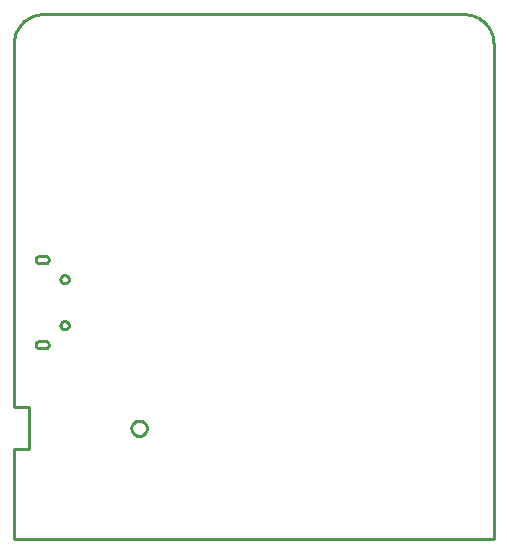
<source format=gbr>
G04 EAGLE Gerber RS-274X export*
G75*
%MOMM*%
%FSLAX34Y34*%
%LPD*%
%IN*%
%IPPOS*%
%AMOC8*
5,1,8,0,0,1.08239X$1,22.5*%
G01*
%ADD10C,0.254000*%


D10*
X0Y0D02*
X406400Y0D01*
X406400Y419100D01*
X406303Y421314D01*
X406014Y423511D01*
X405535Y425674D01*
X404868Y427787D01*
X404020Y429835D01*
X402997Y431800D01*
X401806Y433669D01*
X400458Y435427D01*
X398961Y437061D01*
X397327Y438558D01*
X395569Y439906D01*
X393700Y441097D01*
X391735Y442120D01*
X389687Y442968D01*
X387574Y443635D01*
X385411Y444114D01*
X383214Y444403D01*
X381000Y444500D01*
X25400Y444500D01*
X23186Y444403D01*
X20989Y444114D01*
X18826Y443635D01*
X16713Y442968D01*
X14666Y442120D01*
X12700Y441097D01*
X10831Y439906D01*
X9073Y438558D01*
X7440Y437061D01*
X5942Y435427D01*
X4594Y433669D01*
X3403Y431800D01*
X2380Y429835D01*
X1532Y427787D01*
X865Y425674D01*
X386Y423511D01*
X97Y421314D01*
X0Y419100D01*
X0Y111760D01*
X12700Y111760D01*
X12700Y76200D01*
X0Y76200D01*
X0Y0D01*
X18680Y164660D02*
X18669Y164419D01*
X18678Y164179D01*
X18709Y163940D01*
X18760Y163704D01*
X18832Y163474D01*
X18923Y163252D01*
X19034Y163037D01*
X19163Y162834D01*
X19309Y162642D01*
X19471Y162464D01*
X19648Y162301D01*
X19839Y162153D01*
X20041Y162023D01*
X20255Y161911D01*
X20477Y161818D01*
X20706Y161745D01*
X20941Y161692D01*
X21180Y161660D01*
X27180Y161660D01*
X27419Y161692D01*
X27654Y161745D01*
X27883Y161818D01*
X28105Y161911D01*
X28319Y162023D01*
X28522Y162153D01*
X28712Y162301D01*
X28889Y162464D01*
X29051Y162642D01*
X29197Y162834D01*
X29326Y163037D01*
X29437Y163252D01*
X29528Y163474D01*
X29600Y163704D01*
X29651Y163940D01*
X29682Y164179D01*
X29691Y164419D01*
X29680Y164660D01*
X29691Y164901D01*
X29682Y165141D01*
X29651Y165380D01*
X29600Y165616D01*
X29528Y165846D01*
X29437Y166069D01*
X29326Y166283D01*
X29197Y166486D01*
X29051Y166678D01*
X28889Y166856D01*
X28712Y167019D01*
X28522Y167167D01*
X28319Y167297D01*
X28105Y167409D01*
X27883Y167502D01*
X27654Y167575D01*
X27419Y167628D01*
X27180Y167660D01*
X21180Y167660D01*
X20941Y167628D01*
X20706Y167575D01*
X20477Y167502D01*
X20255Y167409D01*
X20041Y167297D01*
X19839Y167167D01*
X19648Y167019D01*
X19471Y166856D01*
X19309Y166678D01*
X19163Y166486D01*
X19034Y166283D01*
X18923Y166069D01*
X18832Y165846D01*
X18760Y165616D01*
X18709Y165380D01*
X18678Y165141D01*
X18669Y164901D01*
X18680Y164660D01*
X18680Y236660D02*
X18669Y236419D01*
X18678Y236179D01*
X18709Y235940D01*
X18760Y235704D01*
X18832Y235474D01*
X18923Y235252D01*
X19034Y235037D01*
X19163Y234834D01*
X19309Y234642D01*
X19471Y234464D01*
X19648Y234301D01*
X19839Y234153D01*
X20041Y234023D01*
X20255Y233911D01*
X20477Y233818D01*
X20706Y233745D01*
X20941Y233692D01*
X21180Y233660D01*
X27180Y233660D01*
X27419Y233692D01*
X27654Y233745D01*
X27883Y233818D01*
X28105Y233911D01*
X28319Y234023D01*
X28522Y234153D01*
X28712Y234301D01*
X28889Y234464D01*
X29051Y234642D01*
X29197Y234834D01*
X29326Y235037D01*
X29437Y235252D01*
X29528Y235474D01*
X29600Y235704D01*
X29651Y235940D01*
X29682Y236179D01*
X29691Y236419D01*
X29680Y236660D01*
X29691Y236901D01*
X29682Y237141D01*
X29651Y237380D01*
X29600Y237616D01*
X29528Y237846D01*
X29437Y238069D01*
X29326Y238283D01*
X29197Y238486D01*
X29051Y238678D01*
X28889Y238856D01*
X28712Y239019D01*
X28522Y239167D01*
X28319Y239297D01*
X28105Y239409D01*
X27883Y239502D01*
X27654Y239575D01*
X27419Y239628D01*
X27180Y239660D01*
X21180Y239660D01*
X20941Y239628D01*
X20706Y239575D01*
X20477Y239502D01*
X20255Y239409D01*
X20041Y239297D01*
X19839Y239167D01*
X19648Y239019D01*
X19471Y238856D01*
X19309Y238678D01*
X19163Y238486D01*
X19034Y238283D01*
X18923Y238069D01*
X18832Y237846D01*
X18760Y237616D01*
X18709Y237380D01*
X18678Y237141D01*
X18669Y236901D01*
X18680Y236660D01*
X42951Y216660D02*
X42496Y216720D01*
X42053Y216839D01*
X41629Y217014D01*
X41231Y217244D01*
X40867Y217523D01*
X40543Y217847D01*
X40264Y218211D01*
X40034Y218609D01*
X39859Y219033D01*
X39740Y219476D01*
X39680Y219931D01*
X39680Y220389D01*
X39740Y220844D01*
X39859Y221287D01*
X40034Y221711D01*
X40264Y222109D01*
X40543Y222473D01*
X40867Y222797D01*
X41231Y223076D01*
X41629Y223306D01*
X42053Y223481D01*
X42496Y223600D01*
X42951Y223660D01*
X43409Y223660D01*
X43864Y223600D01*
X44307Y223481D01*
X44731Y223306D01*
X45129Y223076D01*
X45493Y222797D01*
X45817Y222473D01*
X46096Y222109D01*
X46326Y221711D01*
X46501Y221287D01*
X46620Y220844D01*
X46680Y220389D01*
X46680Y219931D01*
X46620Y219476D01*
X46501Y219033D01*
X46326Y218609D01*
X46096Y218211D01*
X45817Y217847D01*
X45493Y217523D01*
X45129Y217244D01*
X44731Y217014D01*
X44307Y216839D01*
X43864Y216720D01*
X43409Y216660D01*
X42951Y216660D01*
X42951Y177660D02*
X42496Y177720D01*
X42053Y177839D01*
X41629Y178014D01*
X41231Y178244D01*
X40867Y178523D01*
X40543Y178847D01*
X40264Y179211D01*
X40034Y179609D01*
X39859Y180033D01*
X39740Y180476D01*
X39680Y180931D01*
X39680Y181389D01*
X39740Y181844D01*
X39859Y182287D01*
X40034Y182711D01*
X40264Y183109D01*
X40543Y183473D01*
X40867Y183797D01*
X41231Y184076D01*
X41629Y184306D01*
X42053Y184481D01*
X42496Y184600D01*
X42951Y184660D01*
X43409Y184660D01*
X43864Y184600D01*
X44307Y184481D01*
X44731Y184306D01*
X45129Y184076D01*
X45493Y183797D01*
X45817Y183473D01*
X46096Y183109D01*
X46326Y182711D01*
X46501Y182287D01*
X46620Y181844D01*
X46680Y181389D01*
X46680Y180931D01*
X46620Y180476D01*
X46501Y180033D01*
X46326Y179609D01*
X46096Y179211D01*
X45817Y178847D01*
X45493Y178523D01*
X45129Y178244D01*
X44731Y178014D01*
X44307Y177839D01*
X43864Y177720D01*
X43409Y177660D01*
X42951Y177660D01*
X112770Y93661D02*
X112707Y93025D01*
X112583Y92399D01*
X112397Y91788D01*
X112153Y91198D01*
X111852Y90634D01*
X111497Y90103D01*
X111092Y89610D01*
X110640Y89158D01*
X110147Y88753D01*
X109616Y88398D01*
X109052Y88097D01*
X108462Y87853D01*
X107851Y87667D01*
X107225Y87543D01*
X106589Y87480D01*
X105951Y87480D01*
X105315Y87543D01*
X104689Y87667D01*
X104078Y87853D01*
X103488Y88097D01*
X102924Y88398D01*
X102393Y88753D01*
X101900Y89158D01*
X101448Y89610D01*
X101043Y90103D01*
X100688Y90634D01*
X100387Y91198D01*
X100143Y91788D01*
X99957Y92399D01*
X99833Y93025D01*
X99770Y93661D01*
X99770Y94299D01*
X99833Y94935D01*
X99957Y95561D01*
X100143Y96172D01*
X100387Y96762D01*
X100688Y97326D01*
X101043Y97857D01*
X101448Y98350D01*
X101900Y98802D01*
X102393Y99207D01*
X102924Y99562D01*
X103488Y99863D01*
X104078Y100107D01*
X104689Y100293D01*
X105315Y100417D01*
X105951Y100480D01*
X106589Y100480D01*
X107225Y100417D01*
X107851Y100293D01*
X108462Y100107D01*
X109052Y99863D01*
X109616Y99562D01*
X110147Y99207D01*
X110640Y98802D01*
X111092Y98350D01*
X111497Y97857D01*
X111852Y97326D01*
X112153Y96762D01*
X112397Y96172D01*
X112583Y95561D01*
X112707Y94935D01*
X112770Y94299D01*
X112770Y93661D01*
M02*

</source>
